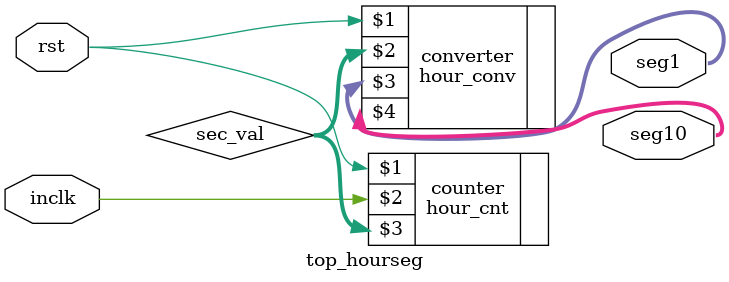
<source format=v>
module top_hourseg(rst,inclk,seg1,seg10);

    input rst,inclk;

    output wire [6:0] seg1,seg10;
    wire [5:0] sec_val;

    hour_cnt counter(rst,inclk,sec_val);
    hour_conv converter(rst,sec_val,seg1,seg10);



endmodule // top_serst,inclk,seg1,seg10g


</source>
